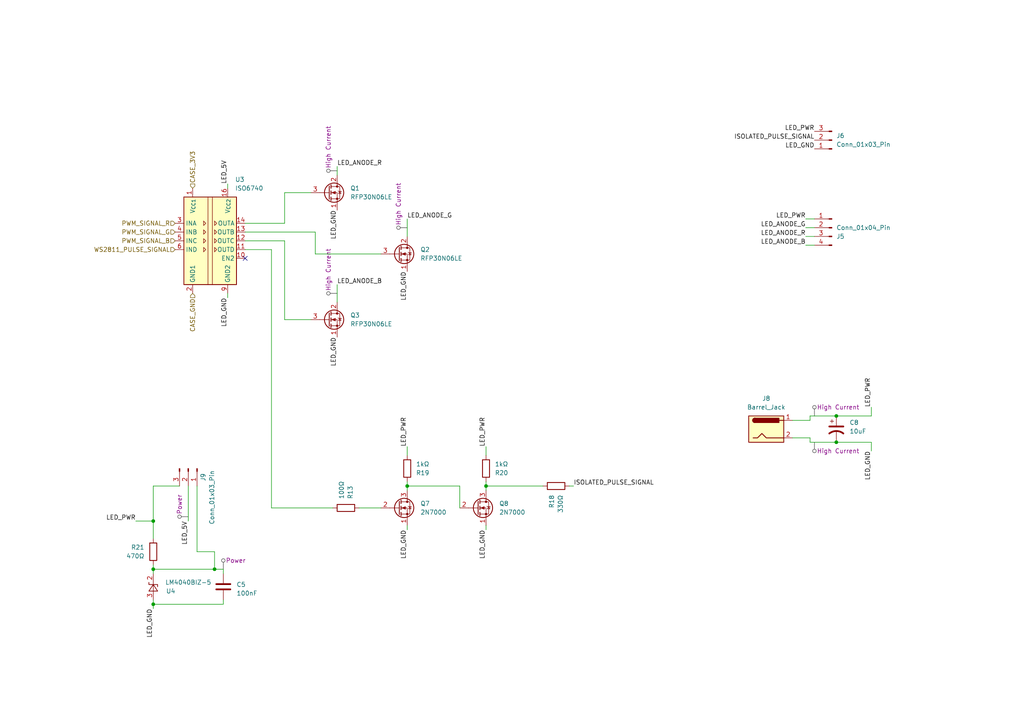
<source format=kicad_sch>
(kicad_sch (version 20250114) (generator "eeschema") (generator_version "9.0")
  (paper "A4")
  (title_block (title "Lights") (date "2025-10-13") (rev "v0.2") (company "Free Modular"))
  (lib_symbols
    (symbol "2N7000_1" (pin_names (hide yes))
      (property "Reference" "Q1" (at 6.35 1.2701 0))
      (property "Value" "RFP30N06LE" (at 6.35 -1.2699 0))
      (symbol "2N7000_1_0_1"
        (polyline (pts (xy 0.254 1.905) (xy 0.254 -1.905)) (stroke (width 0.254)))
        (polyline (pts (xy 0.254 0) (xy -2.54 0)))
        (polyline (pts (xy 0.762 2.286) (xy 0.762 1.27)) (stroke (width 0.254)))
        (polyline (pts (xy 0.762 0.508) (xy 0.762 -0.508)) (stroke (width 0.254)))
        (polyline (pts (xy 0.762 -1.27) (xy 0.762 -2.286)) (stroke (width 0.254)))
        (polyline (pts (xy 0.762 -1.778) (xy 3.302 -1.778) (xy 3.302 1.778) (xy 0.762 1.778)))
        (polyline (pts (xy 1.016 0) (xy 2.032 0.381) (xy 2.032 -0.381) (xy 1.016 0)) (fill (type outline)))
        (circle (center 1.651 0) (radius 2.794) (stroke (width 0.254)))
        (polyline (pts (xy 2.54 2.54) (xy 2.54 1.778)))
        (circle (center 2.54 1.778) (radius 0.254) (fill (type outline)))
        (circle (center 2.54 -1.778) (radius 0.254) (fill (type outline)))
        (polyline (pts (xy 2.54 -2.54) (xy 2.54 0) (xy 0.762 0)))
        (polyline (pts (xy 2.794 0.508) (xy 2.921 0.381) (xy 3.683 0.381) (xy 3.81 0.254)))
        (polyline (pts (xy 3.302 0.381) (xy 2.921 -0.254) (xy 3.683 -0.254) (xy 3.302 0.381)))
      )
      (symbol "2N7000_1_1_1"
        (pin input line (at -5.08 0 0) (length 2.54) (name "G") (number "3"))
        (pin passive line (at 2.54 5.08 270) (length 2.54) (name "D") (number "2"))
        (pin passive line (at 2.54 -5.08 90) (length 2.54) (name "S") (number "1"))
      )
    )
    (symbol "Connector:Barrel_Jack" (pin_names (offset 1.016))
      (property "Reference" "J" (at 0 5.334 0))
      (property "Value" "Barrel_Jack" (at 0 -5.08 0))
      (symbol "Barrel_Jack_0_1"
        (rectangle (start -5.08 3.81) (end 5.08 -3.81) (stroke (width 0.254)) (fill (type background)))
        (polyline (pts (xy -3.81 -2.54) (xy -2.54 -2.54) (xy -1.27 -1.27) (xy 0 -2.54) (xy 2.54 -2.54) (xy 5.08 -2.54)) (stroke (width 0.254)))
        (arc (start -3.302 1.905) (mid -3.9343 2.54) (end -3.302 3.175) (stroke (width 0.254)))
        (arc (start -3.302 1.905) (mid -3.9343 2.54) (end -3.302 3.175) (stroke (width 0.254)) (fill (type outline)))
        (rectangle (start 3.683 3.175) (end -3.302 1.905) (stroke (width 0.254)) (fill (type outline)))
        (polyline (pts (xy 5.08 2.54) (xy 3.81 2.54)) (stroke (width 0.254)))
      )
      (symbol "Barrel_Jack_1_1"
        (pin passive line (at 7.62 2.54 180) (length 2.54) (name "~") (number "1"))
        (pin passive line (at 7.62 -2.54 180) (length 2.54) (name "~") (number "2"))
      )
    )
    (symbol "Connector:Conn_01x03_Pin" (pin_names (offset 1.016) (hide yes))
      (property "Reference" "J" (at 0 5.08 0))
      (property "Value" "Conn_01x03_Pin" (at 0 -5.08 0))
      (symbol "Conn_01x03_Pin_1_1"
        (rectangle (start 0.8636 2.667) (end 0 2.413) (stroke (width 0.1524)) (fill (type outline)))
        (rectangle (start 0.8636 0.127) (end 0 -0.127) (stroke (width 0.1524)) (fill (type outline)))
        (rectangle (start 0.8636 -2.413) (end 0 -2.667) (stroke (width 0.1524)) (fill (type outline)))
        (polyline (pts (xy 1.27 2.54) (xy 0.8636 2.54)) (stroke (width 0.1524)))
        (polyline (pts (xy 1.27 0) (xy 0.8636 0)) (stroke (width 0.1524)))
        (polyline (pts (xy 1.27 -2.54) (xy 0.8636 -2.54)) (stroke (width 0.1524)))
        (pin passive line (at 5.08 2.54 180) (length 3.81) (name "Pin_1") (number "1"))
        (pin passive line (at 5.08 0 180) (length 3.81) (name "Pin_2") (number "2"))
        (pin passive line (at 5.08 -2.54 180) (length 3.81) (name "Pin_3") (number "3"))
      )
    )
    (symbol "Connector:Conn_01x04_Pin" (pin_names (offset 1.016) (hide yes))
      (property "Reference" "J" (at 0 5.08 0))
      (property "Value" "Conn_01x04_Pin" (at 0 -7.62 0))
      (symbol "Conn_01x04_Pin_1_1"
        (rectangle (start 0.8636 2.667) (end 0 2.413) (stroke (width 0.1524)) (fill (type outline)))
        (rectangle (start 0.8636 0.127) (end 0 -0.127) (stroke (width 0.1524)) (fill (type outline)))
        (rectangle (start 0.8636 -2.413) (end 0 -2.667) (stroke (width 0.1524)) (fill (type outline)))
        (rectangle (start 0.8636 -4.953) (end 0 -5.207) (stroke (width 0.1524)) (fill (type outline)))
        (polyline (pts (xy 1.27 2.54) (xy 0.8636 2.54)) (stroke (width 0.1524)))
        (polyline (pts (xy 1.27 0) (xy 0.8636 0)) (stroke (width 0.1524)))
        (polyline (pts (xy 1.27 -2.54) (xy 0.8636 -2.54)) (stroke (width 0.1524)))
        (polyline (pts (xy 1.27 -5.08) (xy 0.8636 -5.08)) (stroke (width 0.1524)))
        (pin passive line (at 5.08 2.54 180) (length 3.81) (name "Pin_1") (number "1"))
        (pin passive line (at 5.08 0 180) (length 3.81) (name "Pin_2") (number "2"))
        (pin passive line (at 5.08 -2.54 180) (length 3.81) (name "Pin_3") (number "3"))
        (pin passive line (at 5.08 -5.08 180) (length 3.81) (name "Pin_4") (number "4"))
      )
    )
    (symbol "Device:C" (pin_numbers (hide yes)) (pin_names (offset 0.254))
      (property "Reference" "C" (at 0.635 2.54 0))
      (property "Value" "C" (at 0.635 -2.54 0))
      (symbol "C_0_1"
        (polyline (pts (xy -2.032 0.762) (xy 2.032 0.762)) (stroke (width 0.508)))
        (polyline (pts (xy -2.032 -0.762) (xy 2.032 -0.762)) (stroke (width 0.508)))
      )
      (symbol "C_1_1"
        (pin passive line (at 0 3.81 270) (length 2.794) (name "~") (number "1"))
        (pin passive line (at 0 -3.81 90) (length 2.794) (name "~") (number "2"))
      )
    )
    (symbol "Device:C_Polarized_US" (pin_numbers (hide yes)) (pin_names (offset 0.254) (hide yes))
      (property "Reference" "C" (at 0.635 2.54 0))
      (property "Value" "C_Polarized_US" (at 0.635 -2.54 0))
      (symbol "C_Polarized_US_0_1"
        (polyline (pts (xy -2.032 0.762) (xy 2.032 0.762)) (stroke (width 0.508)))
        (polyline (pts (xy -1.778 2.286) (xy -0.762 2.286)))
        (polyline (pts (xy -1.27 1.778) (xy -1.27 2.794)))
        (arc (start -2.032 -1.27) (mid 0 -0.5572) (end 2.032 -1.27) (stroke (width 0.508)))
      )
      (symbol "C_Polarized_US_1_1"
        (pin passive line (at 0 3.81 270) (length 2.794) (name "~") (number "1"))
        (pin passive line (at 0 -3.81 90) (length 3.302) (name "~") (number "2"))
      )
    )
    (symbol "Device:R" (pin_numbers (hide yes)) (pin_names (offset 0))
      (property "Reference" "R" (at 2.032 0 90))
      (property "Value" "R" (at 0 0 90))
      (symbol "R_0_1"
        (rectangle (start -1.016 -2.54) (end 1.016 2.54) (stroke (width 0.254)))
      )
      (symbol "R_1_1"
        (pin passive line (at 0 3.81 270) (length 1.27) (name "~") (number "1"))
        (pin passive line (at 0 -3.81 90) (length 1.27) (name "~") (number "2"))
      )
    )
    (symbol "Isolator:ISO6740"
      (property "Reference" "U" (at 8.255 14.605 0))
      (property "Value" "ISO6740" (at 8.255 12.065 0))
      (symbol "ISO6740_0_1"
        (rectangle (start -7.62 12.7) (end 7.62 -12.7) (stroke (width 0.254)) (fill (type background)))
        (polyline (pts (xy -0.635 12.7) (xy -0.635 -12.7)))
        (polyline (pts (xy 0.635 12.7) (xy 0.635 -12.7)))
      )
      (symbol "ISO6740_1_1"
        (polyline (pts (xy -1.905 5.715) (xy -1.27 5.08) (xy -1.905 4.445) (xy -1.905 5.715)))
        (polyline (pts (xy -1.905 3.175) (xy -1.27 2.54) (xy -1.905 1.905) (xy -1.905 3.175)))
        (polyline (pts (xy -1.905 -0.635) (xy -1.27 0) (xy -1.905 0.635) (xy -1.905 -0.635)))
        (polyline (pts (xy -1.905 -3.175) (xy -1.27 -2.54) (xy -1.905 -1.905) (xy -1.905 -3.175)))
        (polyline (pts (xy 1.27 5.715) (xy 1.905 5.08) (xy 1.27 4.445) (xy 1.27 5.715)))
        (polyline (pts (xy 1.27 3.175) (xy 1.905 2.54) (xy 1.27 1.905) (xy 1.27 3.175)))
        (polyline (pts (xy 1.27 0.635) (xy 1.905 0) (xy 1.27 -0.635) (xy 1.27 0.635)))
        (polyline (pts (xy 1.27 -3.175) (xy 1.905 -2.54) (xy 1.27 -1.905) (xy 1.27 -3.175)))
        (pin input line (at -10.16 5.08 0) (length 2.54) (name "INA") (number "3"))
        (pin input line (at -10.16 2.54 0) (length 2.54) (name "INB") (number "4"))
        (pin input line (at -10.16 0 0) (length 2.54) (name "INC") (number "5"))
        (pin input line (at -10.16 -2.54 0) (length 2.54) (name "IND") (number "6"))
        (pin no_connect line (at -7.62 -5.08 0) (length 2.54) (hide yes) (name "NC") (number "7"))
        (pin power_in line (at -5.08 15.24 270) (length 2.54) (name "V_{CC1}") (number "1"))
        (pin power_in line (at -5.08 -15.24 90) (length 2.54) (name "GND1") (number "2"))
        (pin passive line (at -5.08 -15.24 90) (length 2.54) (hide yes) (name "GND1") (number "8"))
        (pin power_in line (at 5.08 15.24 270) (length 2.54) (name "V_{CC2}") (number "16"))
        (pin passive line (at 5.08 -15.24 90) (length 2.54) (hide yes) (name "GND2") (number "15"))
        (pin power_in line (at 5.08 -15.24 90) (length 2.54) (name "GND2") (number "9"))
        (pin output line (at 10.16 5.08 180) (length 2.54) (name "OUTA") (number "14"))
        (pin output line (at 10.16 2.54 180) (length 2.54) (name "OUTB") (number "13"))
        (pin output line (at 10.16 0 180) (length 2.54) (name "OUTC") (number "12"))
        (pin output line (at 10.16 -2.54 180) (length 2.54) (name "OUTD") (number "11"))
        (pin input line (at 10.16 -5.08 180) (length 2.54) (name "EN2") (number "10"))
      )
    )
    (symbol "Reference_Voltage:LM4040LP-5" (pin_names (offset 0.0254) (hide yes))
      (property "Reference" "U" (at 0 2.54 0))
      (property "Value" "LM4040LP-5" (at 0 -3.175 0))
      (symbol "LM4040LP-5_0_1"
        (polyline (pts (xy -1.27 0) (xy 0 0) (xy 1.27 0)))
        (polyline (pts (xy -1.27 -1.27) (xy 0.635 0) (xy -1.27 1.27) (xy -1.27 -1.27)) (stroke (width 0.2032)))
        (polyline (pts (xy 0 -1.27) (xy 0.635 -1.27) (xy 0.635 1.27) (xy 1.27 1.27)) (stroke (width 0.2032)))
      )
      (symbol "LM4040LP-5_1_1"
        (pin passive line (at -3.81 0 0) (length 2.54) (name "A") (number "3"))
        (pin passive line (at 3.81 0 180) (length 2.54) (name "K") (number "2"))
      )
    )
    (symbol "Transistor_FET:2N7000" (pin_names (hide yes))
      (property "Reference" "Q" (at 5.08 1.905 0))
      (property "Value" "2N7000" (at 5.08 0 0))
      (symbol "2N7000_0_1"
        (polyline (pts (xy 0.254 1.905) (xy 0.254 -1.905)) (stroke (width 0.254)))
        (polyline (pts (xy 0.254 0) (xy -2.54 0)))
        (polyline (pts (xy 0.762 2.286) (xy 0.762 1.27)) (stroke (width 0.254)))
        (polyline (pts (xy 0.762 0.508) (xy 0.762 -0.508)) (stroke (width 0.254)))
        (polyline (pts (xy 0.762 -1.27) (xy 0.762 -2.286)) (stroke (width 0.254)))
        (polyline (pts (xy 0.762 -1.778) (xy 3.302 -1.778) (xy 3.302 1.778) (xy 0.762 1.778)))
        (polyline (pts (xy 1.016 0) (xy 2.032 0.381) (xy 2.032 -0.381) (xy 1.016 0)) (fill (type outline)))
        (circle (center 1.651 0) (radius 2.794) (stroke (width 0.254)))
        (polyline (pts (xy 2.54 2.54) (xy 2.54 1.778)))
        (circle (center 2.54 1.778) (radius 0.254) (fill (type outline)))
        (circle (center 2.54 -1.778) (radius 0.254) (fill (type outline)))
        (polyline (pts (xy 2.54 -2.54) (xy 2.54 0) (xy 0.762 0)))
        (polyline (pts (xy 2.794 0.508) (xy 2.921 0.381) (xy 3.683 0.381) (xy 3.81 0.254)))
        (polyline (pts (xy 3.302 0.381) (xy 2.921 -0.254) (xy 3.683 -0.254) (xy 3.302 0.381)))
      )
      (symbol "2N7000_1_1"
        (pin input line (at -5.08 0 0) (length 2.54) (name "G") (number "2"))
        (pin passive line (at 2.54 5.08 270) (length 2.54) (name "D") (number "3"))
        (pin passive line (at 2.54 -5.08 90) (length 2.54) (name "S") (number "1"))
      )
    )
  )
  (junction (at 118.11 140.97))
  (junction (at 140.97 140.97))
  (junction (at 44.45 175.26))
  (junction (at 44.45 151.13))
  (junction (at 242.57 128.27))
  (junction (at 62.23 165.1))
  (junction (at 242.57 120.65))
  (junction (at 44.45 165.1))
  (no_connect (at 71.12 74.93))
  (wire (pts (xy 118.11 139.7) (xy 118.11 140.97)))
  (wire (pts (xy 78.74 147.32) (xy 96.52 147.32)))
  (wire (pts (xy 44.45 165.1) (xy 44.45 166.37)))
  (wire (pts (xy 39.37 151.13) (xy 44.45 151.13)))
  (wire (pts (xy 82.55 64.77) (xy 82.55 55.88)))
  (wire (pts (xy 233.68 68.58) (xy 236.22 68.58)))
  (wire (pts (xy 91.44 67.31) (xy 71.12 67.31)))
  (wire (pts (xy 234.95 128.27) (xy 234.95 127)))
  (wire (pts (xy 44.45 163.83) (xy 44.45 165.1)))
  (wire (pts (xy 118.11 140.97) (xy 133.35 140.97)))
  (wire (pts (xy 234.95 121.92) (xy 229.87 121.92)))
  (wire (pts (xy 140.97 139.7) (xy 140.97 140.97)))
  (wire (pts (xy 97.79 82.55) (xy 97.79 87.63)))
  (wire (pts (xy 133.35 140.97) (xy 133.35 147.32)))
  (wire (pts (xy 140.97 153.67) (xy 140.97 152.4)))
  (wire (pts (xy 140.97 140.97) (xy 157.48 140.97)))
  (wire (pts (xy 91.44 73.66) (xy 91.44 67.31)))
  (wire (pts (xy 252.73 120.65) (xy 242.57 120.65)))
  (wire (pts (xy 97.79 48.26) (xy 97.79 50.8)))
  (wire (pts (xy 44.45 151.13) (xy 44.45 156.21)))
  (wire (pts (xy 140.97 132.08) (xy 140.97 129.54)))
  (wire (pts (xy 54.61 140.97) (xy 54.61 151.13)))
  (wire (pts (xy 57.15 140.97) (xy 57.15 160.02)))
  (wire (pts (xy 90.17 92.71) (xy 82.55 92.71)))
  (wire (pts (xy 242.57 128.27) (xy 234.95 128.27)))
  (wire (pts (xy 64.77 175.26) (xy 64.77 173.99)))
  (wire (pts (xy 104.14 147.32) (xy 110.49 147.32)))
  (wire (pts (xy 82.55 92.71) (xy 82.55 69.85)))
  (wire (pts (xy 44.45 140.97) (xy 52.07 140.97)))
  (wire (pts (xy 64.77 165.1) (xy 62.23 165.1)))
  (wire (pts (xy 252.73 128.27) (xy 242.57 128.27)))
  (wire (pts (xy 44.45 175.26) (xy 44.45 176.53)))
  (wire (pts (xy 110.49 73.66) (xy 91.44 73.66)))
  (wire (pts (xy 140.97 140.97) (xy 140.97 142.24)))
  (wire (pts (xy 234.95 127) (xy 229.87 127)))
  (wire (pts (xy 233.68 66.04) (xy 236.22 66.04)))
  (wire (pts (xy 82.55 55.88) (xy 90.17 55.88)))
  (wire (pts (xy 234.95 120.65) (xy 234.95 121.92)))
  (wire (pts (xy 242.57 120.65) (xy 234.95 120.65)))
  (wire (pts (xy 118.11 153.67) (xy 118.11 152.4)))
  (wire (pts (xy 64.77 165.1) (xy 64.77 166.37)))
  (wire (pts (xy 44.45 175.26) (xy 64.77 175.26)))
  (wire (pts (xy 82.55 69.85) (xy 71.12 69.85)))
  (wire (pts (xy 118.11 140.97) (xy 118.11 142.24)))
  (wire (pts (xy 166.37 140.97) (xy 165.1 140.97)))
  (wire (pts (xy 78.74 72.39) (xy 78.74 147.32)))
  (wire (pts (xy 44.45 165.1) (xy 62.23 165.1)))
  (wire (pts (xy 66.04 53.34) (xy 66.04 54.61)))
  (wire (pts (xy 118.11 68.58) (xy 118.11 63.5)))
  (wire (pts (xy 71.12 72.39) (xy 78.74 72.39)))
  (wire (pts (xy 71.12 64.77) (xy 82.55 64.77)))
  (wire (pts (xy 118.11 129.54) (xy 118.11 132.08)))
  (wire (pts (xy 233.68 71.12) (xy 236.22 71.12)))
  (wire (pts (xy 44.45 173.99) (xy 44.45 175.26)))
  (wire (pts (xy 57.15 160.02) (xy 62.23 160.02)))
  (wire (pts (xy 252.73 118.11) (xy 252.73 120.65)))
  (wire (pts (xy 44.45 140.97) (xy 44.45 151.13)))
  (wire (pts (xy 62.23 160.02) (xy 62.23 165.1)))
  (wire (pts (xy 233.68 63.5) (xy 236.22 63.5)))
  (wire (pts (xy 66.04 86.36) (xy 66.04 85.09)))
  (wire (pts (xy 252.73 130.81) (xy 252.73 128.27)))
  (label "LED_ANODE_R" (at 97.79 48.26 0))
  (label "LED_GND" (at 118.11 153.67 270))
  (label "LED_PWR" (at 140.97 129.54 90))
  (label "LED_PWR" (at 118.11 129.54 90))
  (label "LED_ANODE_R" (at 233.68 68.58 180))
  (label "LED_GND" (at 44.45 176.53 270))
  (label "ISOLATED_PULSE_SIGNAL" (at 166.37 140.97 0))
  (label "LED_PWR" (at 252.73 118.11 90))
  (label "LED_PWR" (at 233.68 63.5 180))
  (label "LED_GND" (at 140.97 153.67 270))
  (label "LED_ANODE_B" (at 97.79 82.55 0))
  (label "LED_GND" (at 118.11 78.74 270))
  (label "LED_GND" (at 97.79 60.96 270))
  (label "LED_GND" (at 252.73 130.81 270))
  (label "LED_GND" (at 97.79 97.79 270))
  (label "LED_ANODE_B" (at 233.68 71.12 180))
  (label "LED_PWR" (at 39.37 151.13 180))
  (label "ISOLATED_PULSE_SIGNAL" (at 236.22 40.64 180))
  (label "LED_ANODE_G" (at 118.11 63.5 0))
  (label "LED_PWR" (at 236.22 38.1 180))
  (label "LED_5V" (at 54.61 151.13 270))
  (label "LED_GND" (at 66.04 86.36 270))
  (label "LED_ANODE_G" (at 233.68 66.04 180))
  (label "LED_GND" (at 236.22 43.18 180))
  (label "LED_5V" (at 66.04 53.34 90))
  (hierarchical_label "PWM_SIGNAL_G" (shape input) (at 50.8 67.31 180))
  (hierarchical_label "CASE_3V3" (shape input) (at 55.88 54.61 90))
  (hierarchical_label "CASE_GND" (shape input) (at 55.88 85.09 270))
  (hierarchical_label "WS2811_PULSE_SIGNAL" (shape input) (at 50.8 72.39 180))
  (hierarchical_label "PWM_SIGNAL_R" (shape input) (at 50.8 64.77 180))
  (hierarchical_label "PWM_SIGNAL_B" (shape input) (at 50.8 69.85 180))
  (netclass_flag "" (length 2.54) (shape round) (at 97.79 85.09 90) (property "Netclass" "High Current" (at 95.25 84.3915 90) (effects (justify left))))
  (netclass_flag "" (length 2.54) (shape round) (at 64.77 165.1 0) (property "Netclass" "Power" (at 65.4685 162.56 0) (effects (justify left))))
  (netclass_flag "" (length 2.54) (shape round) (at 236.22 120.65 0) (property "Netclass" "High Current" (at 236.9185 118.11 0) (effects (justify left))))
  (netclass_flag "" (length 2.54) (shape round) (at 118.11 66.04 90) (property "Netclass" "High Current" (at 115.57 65.3415 90) (effects (justify left))))
  (netclass_flag "" (length 2.54) (shape round) (at 97.79 49.53 90) (property "Netclass" "High Current" (at 95.25 48.8315 90) (effects (justify left))))
  (netclass_flag "" (length 2.54) (shape round) (at 54.61 149.86 90) (property "Netclass" "Power" (at 52.07 149.1615 90) (effects (justify left))))
  (netclass_flag "" (length 2.54) (shape round) (at 236.22 128.27 180) (property "Netclass" "High Current" (at 236.9185 130.81 0) (effects (justify left))))
  (symbol (lib_id "Device:C") (at 64.77 170.18 0) (unit 1)
    (property "Reference" "C5" (at 68.58 169.545 0) (effects (justify left)))
    (property "Value" "100nF" (at 68.58 172.085 0) (effects (justify left)))
    (property "Footprint" "Capacitor_THT:C_Disc_D5.0mm_W2.5mm_P5.00mm" (effects (hide yes)))
  )
  (symbol (lib_id "Device:C_Polarized_US") (at 242.57 124.46 0) (unit 1)
    (property "Reference" "C8" (at 246.38 122.555 0) (effects (justify left)))
    (property "Value" "10uF" (at 246.38 125.095 0) (effects (justify left)))
    (property "Footprint" "Capacitor_THT:CP_Radial_D4.0mm_P1.50mm" (effects (hide yes)))
  )
  (symbol (lib_id "Connector:Conn_01x04_Pin") (at 241.3 66.04 0) (mirror y) (unit 1)
    (property "Reference" "J5" (at 242.57 68.5801 0) (effects (justify right)))
    (property "Value" "Conn_01x04_Pin" (at 242.57 66.0401 0) (effects (justify right)))
    (property "Footprint" "Connector_PinSocket_2.54mm:PinSocket_1x04_P2.54mm_Vertical" (effects (hide yes)))
    (property "Description" "Generic connector, single row, 01x04, script generated" (effects (hide yes)))
  )
  (symbol (lib_id "Reference_Voltage:LM4040LP-5") (at 44.45 170.18 90) (unit 1)
    (property "Reference" "U4" (at 49.53 171.45 90))
    (property "Value" "LM4040BIZ-5" (at 54.61 168.91 90))
    (property "Footprint" "Package_TO_SOT_THT:TO-92_Inline_Wide" (effects (hide yes)))
    (property "Datasheet" "http://www.ti.com/lit/ds/symlink/lm4040-n.pdf" (effects (hide yes)))
  )
  (symbol (lib_id "Connector:Conn_01x03_Pin") (at 54.61 135.89 270) (unit 1)
    (property "Reference" "J9" (at 58.928 138.43 0))
    (property "Value" "Conn_01x03_Pin" (at 61.468 144.272 0))
    (property "Footprint" "Connector_PinSocket_2.54mm:PinSocket_1x03_P2.54mm_Vertical" (effects (hide yes)))
    (property "Description" "Generic connector, single row, 01x03, script generated" (effects (hide yes)))
  )
  (symbol (lib_name "2N7000_1") (lib_id "Transistor_FET:2N7000") (at 95.25 55.88 0) (unit 1)
    (property "Reference" "Q1" (at 101.6 54.6099 0) (effects (justify left)))
    (property "Value" "RFP30N06LE" (at 101.6 57.1499 0) (effects (justify left)))
    (property "Footprint" "Package_TO_SOT_THT:TO-220-3_Vertical" (effects (hide yes)))
    (property "Datasheet" "https://cdn.sparkfun.com/assets/4/1/1/8/0/RFP30N06LE.pdf" (effects (hide yes)))
    (property "Description" "N-Channel power MOSFET" (effects (hide yes)))
  )
  (symbol (lib_id "Device:R") (at 161.29 140.97 90) (mirror x) (unit 1)
    (property "Reference" "R18" (at 160.0199 143.51 0) (effects (justify left)))
    (property "Value" "330Ω" (at 162.5599 143.51 0) (effects (justify left)))
    (property "Footprint" "Resistor_THT:R_Axial_DIN0207_L6.3mm_D2.5mm_P7.62mm_Horizontal" (effects (hide yes)))
  )
  (symbol (lib_id "Device:R") (at 44.45 160.02 0) (mirror y) (unit 1)
    (property "Reference" "R21" (at 41.91 158.7499 0) (effects (justify left)))
    (property "Value" "470Ω" (at 41.91 161.2899 0) (effects (justify left)))
    (property "Footprint" "Resistor_THT:R_Axial_DIN0207_L6.3mm_D2.5mm_P7.62mm_Horizontal" (effects (hide yes)))
  )
  (symbol (lib_id "Connector:Barrel_Jack") (at 222.25 124.46 0) (unit 1)
    (property "Reference" "J8" (at 222.25 115.57 0))
    (property "Value" "Barrel_Jack" (at 222.25 118.11 0))
    (property "Footprint" "Connector_BarrelJack:BarrelJack_Wuerth_6941xx301002" (effects (hide yes)))
    (property "Datasheet" "https://www.taydaelectronics.com/datasheets/files/A-4118.pdf" (effects (hide yes)))
    (property "Description" "DC Barrel Jack" (effects (hide yes)))
  )
  (symbol (lib_id "Isolator:ISO6740") (at 60.96 69.85 0) (unit 1)
    (property "Reference" "U3" (at 68.1833 52.07 0) (effects (justify left)))
    (property "Value" "ISO6740" (at 68.1833 54.61 0) (effects (justify left)))
    (property "Footprint" "Package_SO:SOIC-16W_7.5x10.3mm_P1.27mm" (effects (hide yes)))
    (property "Datasheet" "https://www.ti.com/lit/ds/symlink/iso6740.pdf" (effects (hide yes)))
    (property "Description" "General-purpose, quad-channel, 4/0 digital isolator" (effects (hide yes)))
  )
  (symbol (lib_name "2N7000_1") (lib_id "Transistor_FET:2N7000") (at 115.57 73.66 0) (unit 1)
    (property "Reference" "Q2" (at 121.92 72.3899 0) (effects (justify left)))
    (property "Value" "RFP30N06LE" (at 121.92 74.9299 0) (effects (justify left)))
    (property "Footprint" "Package_TO_SOT_THT:TO-220-3_Vertical" (effects (hide yes)))
    (property "Datasheet" "https://cdn.sparkfun.com/assets/4/1/1/8/0/RFP30N06LE.pdf" (effects (hide yes)))
    (property "Description" "N-Channel power MOSFET" (effects (hide yes)))
  )
  (symbol (lib_id "Connector:Conn_01x03_Pin") (at 241.3 40.64 180) (unit 1)
    (property "Reference" "J6" (at 242.57 39.3699 0) (effects (justify right)))
    (property "Value" "Conn_01x03_Pin" (at 242.57 41.9099 0) (effects (justify right)))
    (property "Footprint" "Connector_PinSocket_2.54mm:PinSocket_1x03_P2.54mm_Vertical" (effects (hide yes)))
    (property "Description" "Generic connector, single row, 01x03, script generated" (effects (hide yes)))
  )
  (symbol (lib_id "Device:R") (at 140.97 135.89 0) (mirror x) (unit 1)
    (property "Reference" "R20" (at 143.51 137.1601 0) (effects (justify left)))
    (property "Value" "1kΩ" (at 143.51 134.6201 0) (effects (justify left)))
    (property "Footprint" "Resistor_THT:R_Axial_DIN0207_L6.3mm_D2.5mm_P7.62mm_Horizontal" (effects (hide yes)))
  )
  (symbol (lib_name "2N7000_1") (lib_id "Transistor_FET:2N7000") (at 95.25 92.71 0) (unit 1)
    (property "Reference" "Q3" (at 101.6 91.4399 0) (effects (justify left)))
    (property "Value" "RFP30N06LE" (at 101.6 93.9799 0) (effects (justify left)))
    (property "Footprint" "Package_TO_SOT_THT:TO-220-3_Vertical" (effects (hide yes)))
    (property "Datasheet" "https://cdn.sparkfun.com/assets/4/1/1/8/0/RFP30N06LE.pdf" (effects (hide yes)))
    (property "Description" "N-Channel power MOSFET" (effects (hide yes)))
  )
  (symbol (lib_id "Device:R") (at 118.11 135.89 0) (mirror x) (unit 1)
    (property "Reference" "R19" (at 120.65 137.1601 0) (effects (justify left)))
    (property "Value" "1kΩ" (at 120.65 134.6201 0) (effects (justify left)))
    (property "Footprint" "Resistor_THT:R_Axial_DIN0207_L6.3mm_D2.5mm_P7.62mm_Horizontal" (effects (hide yes)))
  )
  (symbol (lib_id "Transistor_FET:2N7000") (at 115.57 147.32 0) (unit 1)
    (property "Reference" "Q7" (at 121.92 146.0499 0) (effects (justify left)))
    (property "Value" "2N7000" (at 121.92 148.5899 0) (effects (justify left)))
    (property "Footprint" "Package_TO_SOT_THT:TO-92_Inline" (effects (hide yes)))
    (property "Datasheet" "https://www.vishay.com/docs/70226/70226.pdf" (effects (hide yes)))
    (property "Description" "0.2A Id, 200V Vds, N-Channel MOSFET, 2.6V Logic Level, TO-92" (effects (hide yes)))
  )
  (symbol (lib_id "Transistor_FET:2N7000") (at 138.43 147.32 0) (unit 1)
    (property "Reference" "Q8" (at 144.78 146.0499 0) (effects (justify left)))
    (property "Value" "2N7000" (at 144.78 148.5899 0) (effects (justify left)))
    (property "Footprint" "Package_TO_SOT_THT:TO-92_Inline" (effects (hide yes)))
    (property "Datasheet" "https://www.vishay.com/docs/70226/70226.pdf" (effects (hide yes)))
    (property "Description" "0.2A Id, 200V Vds, N-Channel MOSFET, 2.6V Logic Level, TO-92" (effects (hide yes)))
  )
  (symbol (lib_id "Device:R") (at 100.33 147.32 270) (mirror x) (unit 1)
    (property "Reference" "R13" (at 101.6001 144.78 0) (effects (justify left)))
    (property "Value" "100Ω" (at 99.0601 144.78 0) (effects (justify left)))
    (property "Footprint" "Resistor_THT:R_Axial_DIN0207_L6.3mm_D2.5mm_P7.62mm_Horizontal" (effects (hide yes)))
  )
)
</source>
